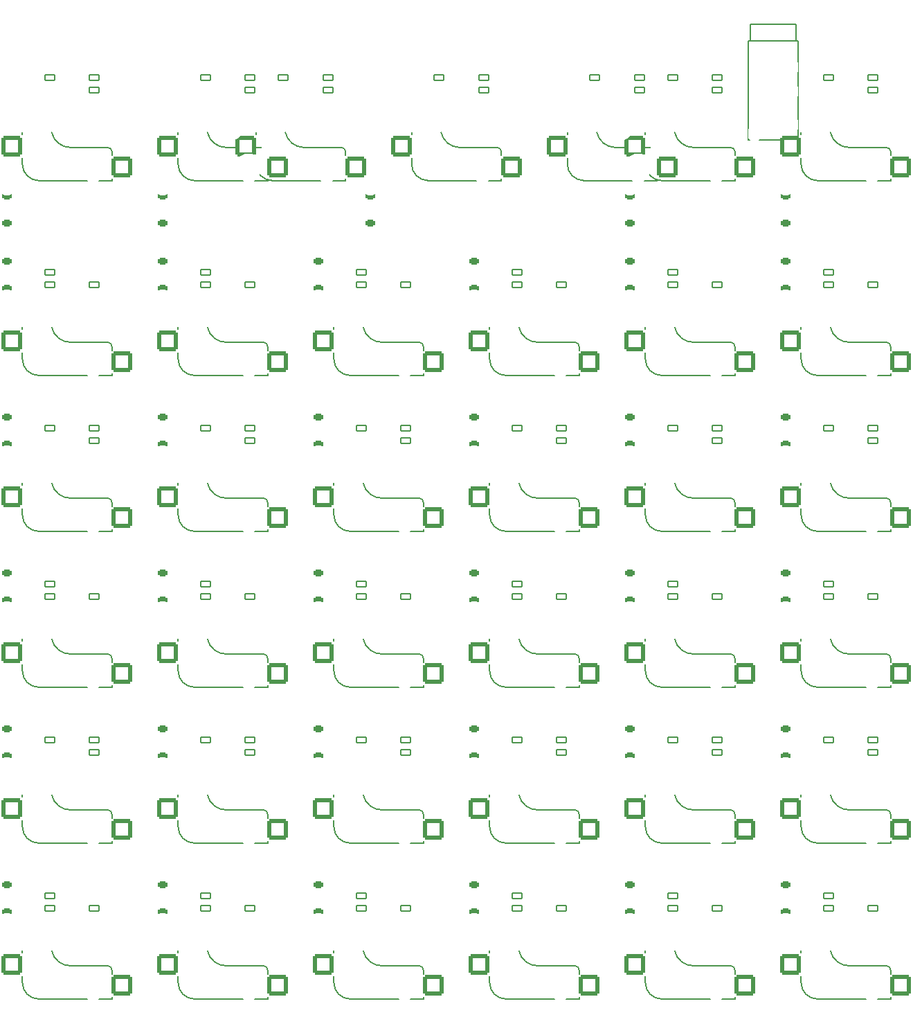
<source format=gto>
G04 #@! TF.GenerationSoftware,KiCad,Pcbnew,7.0.7*
G04 #@! TF.CreationDate,2023-11-21T20:29:26+01:00*
G04 #@! TF.ProjectId,tekskey-v2-molten,74656b73-6b65-4792-9d76-322d6d6f6c74,rev?*
G04 #@! TF.SameCoordinates,Original*
G04 #@! TF.FileFunction,Legend,Top*
G04 #@! TF.FilePolarity,Positive*
%FSLAX46Y46*%
G04 Gerber Fmt 4.6, Leading zero omitted, Abs format (unit mm)*
G04 Created by KiCad (PCBNEW 7.0.7) date 2023-11-21 20:29:26*
%MOMM*%
%LPD*%
G01*
G04 APERTURE LIST*
G04 Aperture macros list*
%AMRoundRect*
0 Rectangle with rounded corners*
0 $1 Rounding radius*
0 $2 $3 $4 $5 $6 $7 $8 $9 X,Y pos of 4 corners*
0 Add a 4 corners polygon primitive as box body*
4,1,4,$2,$3,$4,$5,$6,$7,$8,$9,$2,$3,0*
0 Add four circle primitives for the rounded corners*
1,1,$1+$1,$2,$3*
1,1,$1+$1,$4,$5*
1,1,$1+$1,$6,$7*
1,1,$1+$1,$8,$9*
0 Add four rect primitives between the rounded corners*
20,1,$1+$1,$2,$3,$4,$5,0*
20,1,$1+$1,$4,$5,$6,$7,0*
20,1,$1+$1,$6,$7,$8,$9,0*
20,1,$1+$1,$8,$9,$2,$3,0*%
%AMFreePoly0*
4,1,18,-0.410000,0.265000,0.000000,0.675000,0.328000,0.675000,0.359380,0.668758,0.385983,0.650983,0.403758,0.624380,0.410000,0.593000,0.410000,-0.593000,0.403758,-0.624380,0.385983,-0.650983,0.359380,-0.668758,0.328000,-0.675000,-0.328000,-0.675000,-0.359380,-0.668758,-0.385983,-0.650983,-0.403758,-0.624380,-0.410000,-0.593000,-0.410000,0.265000,-0.410000,0.265000,$1*%
G04 Aperture macros list end*
%ADD10C,0.150000*%
%ADD11RoundRect,0.082000X-0.593000X0.328000X-0.593000X-0.328000X0.593000X-0.328000X0.593000X0.328000X0*%
%ADD12FreePoly0,270.000000*%
%ADD13C,1.750000*%
%ADD14C,3.987800*%
%ADD15C,3.300000*%
%ADD16RoundRect,0.250000X1.025000X1.000000X-1.025000X1.000000X-1.025000X-1.000000X1.025000X-1.000000X0*%
%ADD17R,1.600000X1.600000*%
%ADD18RoundRect,0.225000X-0.375000X0.225000X-0.375000X-0.225000X0.375000X-0.225000X0.375000X0.225000X0*%
%ADD19O,1.600000X1.600000*%
%ADD20RoundRect,0.082000X0.593000X-0.328000X0.593000X0.328000X-0.593000X0.328000X-0.593000X-0.328000X0*%
%ADD21FreePoly0,90.000000*%
%ADD22O,2.500000X1.500000*%
%ADD23O,1.500000X2.500000*%
%ADD24RoundRect,0.225000X0.375000X-0.225000X0.375000X0.225000X-0.375000X0.225000X-0.375000X-0.225000X0*%
%ADD25C,0.800000*%
%ADD26O,1.600000X2.000000*%
%ADD27C,0.700000*%
%ADD28C,4.400000*%
G04 APERTURE END LIST*
D10*
X84239824Y-87712720D02*
X84239824Y-87482720D01*
X84239824Y-84632720D02*
X84239824Y-84162720D01*
X83739824Y-83662720D02*
X79175000Y-83662720D01*
X82689824Y-87712720D02*
X84239824Y-87712720D01*
X75289824Y-87712720D02*
X81189824Y-87712720D01*
X73289824Y-84912720D02*
X73289824Y-85712720D01*
X73289824Y-82062720D02*
X73289824Y-81822720D01*
X84239824Y-84162720D02*
G75*
G03*
X83739824Y-83662720I-500001J-1D01*
G01*
X76880678Y-81822720D02*
G75*
G03*
X79175000Y-83662720I2293456J509332D01*
G01*
X73289820Y-85712720D02*
G75*
G03*
X75289824Y-87712720I2000000J0D01*
G01*
X84239824Y-106762720D02*
X84239824Y-106532720D01*
X84239824Y-103682720D02*
X84239824Y-103212720D01*
X83739824Y-102712720D02*
X79175000Y-102712720D01*
X82689824Y-106762720D02*
X84239824Y-106762720D01*
X75289824Y-106762720D02*
X81189824Y-106762720D01*
X73289824Y-103962720D02*
X73289824Y-104762720D01*
X73289824Y-101112720D02*
X73289824Y-100872720D01*
X84239824Y-103212720D02*
G75*
G03*
X83739824Y-102712720I-500001J-1D01*
G01*
X76880678Y-100872720D02*
G75*
G03*
X79175000Y-102712720I2293456J509332D01*
G01*
X73289820Y-104762720D02*
G75*
G03*
X75289824Y-106762720I2000000J0D01*
G01*
X122339824Y-63900220D02*
X122339824Y-63670220D01*
X122339824Y-60820220D02*
X122339824Y-60350220D01*
X121839824Y-59850220D02*
X117275000Y-59850220D01*
X120789824Y-63900220D02*
X122339824Y-63900220D01*
X113389824Y-63900220D02*
X119289824Y-63900220D01*
X111389824Y-61100220D02*
X111389824Y-61900220D01*
X111389824Y-58250220D02*
X111389824Y-58010220D01*
X122339824Y-60350220D02*
G75*
G03*
X121839824Y-59850220I-500001J-1D01*
G01*
X114980678Y-58010220D02*
G75*
G03*
X117275000Y-59850220I2293456J509332D01*
G01*
X111389820Y-61900220D02*
G75*
G03*
X113389824Y-63900220I2000000J0D01*
G01*
X46139824Y-106762720D02*
X46139824Y-106532720D01*
X46139824Y-103682720D02*
X46139824Y-103212720D01*
X45639824Y-102712720D02*
X41075000Y-102712720D01*
X44589824Y-106762720D02*
X46139824Y-106762720D01*
X37189824Y-106762720D02*
X43089824Y-106762720D01*
X35189824Y-103962720D02*
X35189824Y-104762720D01*
X35189824Y-101112720D02*
X35189824Y-100872720D01*
X46139824Y-103212720D02*
G75*
G03*
X45639824Y-102712720I-500001J-1D01*
G01*
X38780678Y-100872720D02*
G75*
G03*
X41075000Y-102712720I2293456J509332D01*
G01*
X35189820Y-104762720D02*
G75*
G03*
X37189824Y-106762720I2000000J0D01*
G01*
X103289824Y-87712720D02*
X103289824Y-87482720D01*
X103289824Y-84632720D02*
X103289824Y-84162720D01*
X102789824Y-83662720D02*
X98225000Y-83662720D01*
X101739824Y-87712720D02*
X103289824Y-87712720D01*
X94339824Y-87712720D02*
X100239824Y-87712720D01*
X92339824Y-84912720D02*
X92339824Y-85712720D01*
X92339824Y-82062720D02*
X92339824Y-81822720D01*
X103289824Y-84162720D02*
G75*
G03*
X102789824Y-83662720I-500001J-1D01*
G01*
X95930678Y-81822720D02*
G75*
G03*
X98225000Y-83662720I2293456J509332D01*
G01*
X92339820Y-85712720D02*
G75*
G03*
X94339824Y-87712720I2000000J0D01*
G01*
X74714824Y-63900220D02*
X74714824Y-63670220D01*
X74714824Y-60820220D02*
X74714824Y-60350220D01*
X74214824Y-59850220D02*
X69650000Y-59850220D01*
X73164824Y-63900220D02*
X74714824Y-63900220D01*
X65764824Y-63900220D02*
X71664824Y-63900220D01*
X63764824Y-61100220D02*
X63764824Y-61900220D01*
X63764824Y-58250220D02*
X63764824Y-58010220D01*
X74714824Y-60350220D02*
G75*
G03*
X74214824Y-59850220I-500001J-1D01*
G01*
X67355678Y-58010220D02*
G75*
G03*
X69650000Y-59850220I2293456J509332D01*
G01*
X63764820Y-61900220D02*
G75*
G03*
X65764824Y-63900220I2000000J0D01*
G01*
X65189824Y-163912720D02*
X65189824Y-163682720D01*
X65189824Y-160832720D02*
X65189824Y-160362720D01*
X64689824Y-159862720D02*
X60125000Y-159862720D01*
X63639824Y-163912720D02*
X65189824Y-163912720D01*
X56239824Y-163912720D02*
X62139824Y-163912720D01*
X54239824Y-161112720D02*
X54239824Y-161912720D01*
X54239824Y-158262720D02*
X54239824Y-158022720D01*
X65189824Y-160362720D02*
G75*
G03*
X64689824Y-159862720I-500001J-1D01*
G01*
X57830678Y-158022720D02*
G75*
G03*
X60125000Y-159862720I2293456J509332D01*
G01*
X54239820Y-161912720D02*
G75*
G03*
X56239824Y-163912720I2000000J0D01*
G01*
X103289824Y-125812720D02*
X103289824Y-125582720D01*
X103289824Y-122732720D02*
X103289824Y-122262720D01*
X102789824Y-121762720D02*
X98225000Y-121762720D01*
X101739824Y-125812720D02*
X103289824Y-125812720D01*
X94339824Y-125812720D02*
X100239824Y-125812720D01*
X92339824Y-123012720D02*
X92339824Y-123812720D01*
X92339824Y-120162720D02*
X92339824Y-119922720D01*
X103289824Y-122262720D02*
G75*
G03*
X102789824Y-121762720I-500001J-1D01*
G01*
X95930678Y-119922720D02*
G75*
G03*
X98225000Y-121762720I2293456J509332D01*
G01*
X92339820Y-123812720D02*
G75*
G03*
X94339824Y-125812720I2000000J0D01*
G01*
X65189824Y-106762720D02*
X65189824Y-106532720D01*
X65189824Y-103682720D02*
X65189824Y-103212720D01*
X64689824Y-102712720D02*
X60125000Y-102712720D01*
X63639824Y-106762720D02*
X65189824Y-106762720D01*
X56239824Y-106762720D02*
X62139824Y-106762720D01*
X54239824Y-103962720D02*
X54239824Y-104762720D01*
X54239824Y-101112720D02*
X54239824Y-100872720D01*
X65189824Y-103212720D02*
G75*
G03*
X64689824Y-102712720I-500001J-1D01*
G01*
X57830678Y-100872720D02*
G75*
G03*
X60125000Y-102712720I2293456J509332D01*
G01*
X54239820Y-104762720D02*
G75*
G03*
X56239824Y-106762720I2000000J0D01*
G01*
X141389824Y-87712720D02*
X141389824Y-87482720D01*
X141389824Y-84632720D02*
X141389824Y-84162720D01*
X140889824Y-83662720D02*
X136325000Y-83662720D01*
X139839824Y-87712720D02*
X141389824Y-87712720D01*
X132439824Y-87712720D02*
X138339824Y-87712720D01*
X130439824Y-84912720D02*
X130439824Y-85712720D01*
X130439824Y-82062720D02*
X130439824Y-81822720D01*
X141389824Y-84162720D02*
G75*
G03*
X140889824Y-83662720I-500001J-1D01*
G01*
X134030678Y-81822720D02*
G75*
G03*
X136325000Y-83662720I2293456J509332D01*
G01*
X130439820Y-85712720D02*
G75*
G03*
X132439824Y-87712720I2000000J0D01*
G01*
X46139824Y-144862720D02*
X46139824Y-144632720D01*
X46139824Y-141782720D02*
X46139824Y-141312720D01*
X45639824Y-140812720D02*
X41075000Y-140812720D01*
X44589824Y-144862720D02*
X46139824Y-144862720D01*
X37189824Y-144862720D02*
X43089824Y-144862720D01*
X35189824Y-142062720D02*
X35189824Y-142862720D01*
X35189824Y-139212720D02*
X35189824Y-138972720D01*
X46139824Y-141312720D02*
G75*
G03*
X45639824Y-140812720I-500001J-1D01*
G01*
X38780678Y-138972720D02*
G75*
G03*
X41075000Y-140812720I2293456J509332D01*
G01*
X35189820Y-142862720D02*
G75*
G03*
X37189824Y-144862720I2000000J0D01*
G01*
X103289824Y-144862720D02*
X103289824Y-144632720D01*
X103289824Y-141782720D02*
X103289824Y-141312720D01*
X102789824Y-140812720D02*
X98225000Y-140812720D01*
X101739824Y-144862720D02*
X103289824Y-144862720D01*
X94339824Y-144862720D02*
X100239824Y-144862720D01*
X92339824Y-142062720D02*
X92339824Y-142862720D01*
X92339824Y-139212720D02*
X92339824Y-138972720D01*
X103289824Y-141312720D02*
G75*
G03*
X102789824Y-140812720I-500001J-1D01*
G01*
X95930678Y-138972720D02*
G75*
G03*
X98225000Y-140812720I2293456J509332D01*
G01*
X92339820Y-142862720D02*
G75*
G03*
X94339824Y-144862720I2000000J0D01*
G01*
X122339824Y-106762720D02*
X122339824Y-106532720D01*
X122339824Y-103682720D02*
X122339824Y-103212720D01*
X121839824Y-102712720D02*
X117275000Y-102712720D01*
X120789824Y-106762720D02*
X122339824Y-106762720D01*
X113389824Y-106762720D02*
X119289824Y-106762720D01*
X111389824Y-103962720D02*
X111389824Y-104762720D01*
X111389824Y-101112720D02*
X111389824Y-100872720D01*
X122339824Y-103212720D02*
G75*
G03*
X121839824Y-102712720I-500001J-1D01*
G01*
X114980678Y-100872720D02*
G75*
G03*
X117275000Y-102712720I2293456J509332D01*
G01*
X111389820Y-104762720D02*
G75*
G03*
X113389824Y-106762720I2000000J0D01*
G01*
X65189824Y-144862720D02*
X65189824Y-144632720D01*
X65189824Y-141782720D02*
X65189824Y-141312720D01*
X64689824Y-140812720D02*
X60125000Y-140812720D01*
X63639824Y-144862720D02*
X65189824Y-144862720D01*
X56239824Y-144862720D02*
X62139824Y-144862720D01*
X54239824Y-142062720D02*
X54239824Y-142862720D01*
X54239824Y-139212720D02*
X54239824Y-138972720D01*
X65189824Y-141312720D02*
G75*
G03*
X64689824Y-140812720I-500001J-1D01*
G01*
X57830678Y-138972720D02*
G75*
G03*
X60125000Y-140812720I2293456J509332D01*
G01*
X54239820Y-142862720D02*
G75*
G03*
X56239824Y-144862720I2000000J0D01*
G01*
X141389824Y-144862720D02*
X141389824Y-144632720D01*
X141389824Y-141782720D02*
X141389824Y-141312720D01*
X140889824Y-140812720D02*
X136325000Y-140812720D01*
X139839824Y-144862720D02*
X141389824Y-144862720D01*
X132439824Y-144862720D02*
X138339824Y-144862720D01*
X130439824Y-142062720D02*
X130439824Y-142862720D01*
X130439824Y-139212720D02*
X130439824Y-138972720D01*
X141389824Y-141312720D02*
G75*
G03*
X140889824Y-140812720I-500001J-1D01*
G01*
X134030678Y-138972720D02*
G75*
G03*
X136325000Y-140812720I2293456J509332D01*
G01*
X130439820Y-142862720D02*
G75*
G03*
X132439824Y-144862720I2000000J0D01*
G01*
X141389824Y-106762720D02*
X141389824Y-106532720D01*
X141389824Y-103682720D02*
X141389824Y-103212720D01*
X140889824Y-102712720D02*
X136325000Y-102712720D01*
X139839824Y-106762720D02*
X141389824Y-106762720D01*
X132439824Y-106762720D02*
X138339824Y-106762720D01*
X130439824Y-103962720D02*
X130439824Y-104762720D01*
X130439824Y-101112720D02*
X130439824Y-100872720D01*
X141389824Y-103212720D02*
G75*
G03*
X140889824Y-102712720I-500001J-1D01*
G01*
X134030678Y-100872720D02*
G75*
G03*
X136325000Y-102712720I2293456J509332D01*
G01*
X130439820Y-104762720D02*
G75*
G03*
X132439824Y-106762720I2000000J0D01*
G01*
X123950000Y-46831250D02*
X123950000Y-58931250D01*
X124200000Y-46831250D02*
X124200000Y-44831250D01*
X129800000Y-44831250D02*
X124200000Y-44831250D01*
X129800000Y-46831250D02*
X129800000Y-44831250D01*
X130050000Y-46831250D02*
X123950000Y-46831250D01*
X130050000Y-46831250D02*
X130050000Y-58931250D01*
X130050000Y-58931250D02*
X123950000Y-58931250D01*
X93764824Y-63900220D02*
X93764824Y-63670220D01*
X93764824Y-60820220D02*
X93764824Y-60350220D01*
X93264824Y-59850220D02*
X88700000Y-59850220D01*
X92214824Y-63900220D02*
X93764824Y-63900220D01*
X84814824Y-63900220D02*
X90714824Y-63900220D01*
X82814824Y-61100220D02*
X82814824Y-61900220D01*
X82814824Y-58250220D02*
X82814824Y-58010220D01*
X93764824Y-60350220D02*
G75*
G03*
X93264824Y-59850220I-500001J-1D01*
G01*
X86405678Y-58010220D02*
G75*
G03*
X88700000Y-59850220I2293456J509332D01*
G01*
X82814820Y-61900220D02*
G75*
G03*
X84814824Y-63900220I2000000J0D01*
G01*
X65189824Y-87712720D02*
X65189824Y-87482720D01*
X65189824Y-84632720D02*
X65189824Y-84162720D01*
X64689824Y-83662720D02*
X60125000Y-83662720D01*
X63639824Y-87712720D02*
X65189824Y-87712720D01*
X56239824Y-87712720D02*
X62139824Y-87712720D01*
X54239824Y-84912720D02*
X54239824Y-85712720D01*
X54239824Y-82062720D02*
X54239824Y-81822720D01*
X65189824Y-84162720D02*
G75*
G03*
X64689824Y-83662720I-500001J-1D01*
G01*
X57830678Y-81822720D02*
G75*
G03*
X60125000Y-83662720I2293456J509332D01*
G01*
X54239820Y-85712720D02*
G75*
G03*
X56239824Y-87712720I2000000J0D01*
G01*
X122339824Y-87712720D02*
X122339824Y-87482720D01*
X122339824Y-84632720D02*
X122339824Y-84162720D01*
X121839824Y-83662720D02*
X117275000Y-83662720D01*
X120789824Y-87712720D02*
X122339824Y-87712720D01*
X113389824Y-87712720D02*
X119289824Y-87712720D01*
X111389824Y-84912720D02*
X111389824Y-85712720D01*
X111389824Y-82062720D02*
X111389824Y-81822720D01*
X122339824Y-84162720D02*
G75*
G03*
X121839824Y-83662720I-500001J-1D01*
G01*
X114980678Y-81822720D02*
G75*
G03*
X117275000Y-83662720I2293456J509332D01*
G01*
X111389820Y-85712720D02*
G75*
G03*
X113389824Y-87712720I2000000J0D01*
G01*
X46139824Y-163912720D02*
X46139824Y-163682720D01*
X46139824Y-160832720D02*
X46139824Y-160362720D01*
X45639824Y-159862720D02*
X41075000Y-159862720D01*
X44589824Y-163912720D02*
X46139824Y-163912720D01*
X37189824Y-163912720D02*
X43089824Y-163912720D01*
X35189824Y-161112720D02*
X35189824Y-161912720D01*
X35189824Y-158262720D02*
X35189824Y-158022720D01*
X46139824Y-160362720D02*
G75*
G03*
X45639824Y-159862720I-500001J-1D01*
G01*
X38780678Y-158022720D02*
G75*
G03*
X41075000Y-159862720I2293456J509332D01*
G01*
X35189820Y-161912720D02*
G75*
G03*
X37189824Y-163912720I2000000J0D01*
G01*
X141389824Y-163912720D02*
X141389824Y-163682720D01*
X141389824Y-160832720D02*
X141389824Y-160362720D01*
X140889824Y-159862720D02*
X136325000Y-159862720D01*
X139839824Y-163912720D02*
X141389824Y-163912720D01*
X132439824Y-163912720D02*
X138339824Y-163912720D01*
X130439824Y-161112720D02*
X130439824Y-161912720D01*
X130439824Y-158262720D02*
X130439824Y-158022720D01*
X141389824Y-160362720D02*
G75*
G03*
X140889824Y-159862720I-500001J-1D01*
G01*
X134030678Y-158022720D02*
G75*
G03*
X136325000Y-159862720I2293456J509332D01*
G01*
X130439820Y-161912720D02*
G75*
G03*
X132439824Y-163912720I2000000J0D01*
G01*
X112814824Y-63900220D02*
X112814824Y-63670220D01*
X112814824Y-60820220D02*
X112814824Y-60350220D01*
X112314824Y-59850220D02*
X107750000Y-59850220D01*
X111264824Y-63900220D02*
X112814824Y-63900220D01*
X103864824Y-63900220D02*
X109764824Y-63900220D01*
X101864824Y-61100220D02*
X101864824Y-61900220D01*
X101864824Y-58250220D02*
X101864824Y-58010220D01*
X112814824Y-60350220D02*
G75*
G03*
X112314824Y-59850220I-500001J-1D01*
G01*
X105455678Y-58010220D02*
G75*
G03*
X107750000Y-59850220I2293456J509332D01*
G01*
X101864820Y-61900220D02*
G75*
G03*
X103864824Y-63900220I2000000J0D01*
G01*
X84239824Y-163912720D02*
X84239824Y-163682720D01*
X84239824Y-160832720D02*
X84239824Y-160362720D01*
X83739824Y-159862720D02*
X79175000Y-159862720D01*
X82689824Y-163912720D02*
X84239824Y-163912720D01*
X75289824Y-163912720D02*
X81189824Y-163912720D01*
X73289824Y-161112720D02*
X73289824Y-161912720D01*
X73289824Y-158262720D02*
X73289824Y-158022720D01*
X84239824Y-160362720D02*
G75*
G03*
X83739824Y-159862720I-500001J-1D01*
G01*
X76880678Y-158022720D02*
G75*
G03*
X79175000Y-159862720I2293456J509332D01*
G01*
X73289820Y-161912720D02*
G75*
G03*
X75289824Y-163912720I2000000J0D01*
G01*
X46139824Y-63900220D02*
X46139824Y-63670220D01*
X46139824Y-60820220D02*
X46139824Y-60350220D01*
X45639824Y-59850220D02*
X41075000Y-59850220D01*
X44589824Y-63900220D02*
X46139824Y-63900220D01*
X37189824Y-63900220D02*
X43089824Y-63900220D01*
X35189824Y-61100220D02*
X35189824Y-61900220D01*
X35189824Y-58250220D02*
X35189824Y-58010220D01*
X46139824Y-60350220D02*
G75*
G03*
X45639824Y-59850220I-500001J-1D01*
G01*
X38780678Y-58010220D02*
G75*
G03*
X41075000Y-59850220I2293456J509332D01*
G01*
X35189820Y-61900220D02*
G75*
G03*
X37189824Y-63900220I2000000J0D01*
G01*
X122339824Y-125812720D02*
X122339824Y-125582720D01*
X122339824Y-122732720D02*
X122339824Y-122262720D01*
X121839824Y-121762720D02*
X117275000Y-121762720D01*
X120789824Y-125812720D02*
X122339824Y-125812720D01*
X113389824Y-125812720D02*
X119289824Y-125812720D01*
X111389824Y-123012720D02*
X111389824Y-123812720D01*
X111389824Y-120162720D02*
X111389824Y-119922720D01*
X122339824Y-122262720D02*
G75*
G03*
X121839824Y-121762720I-500001J-1D01*
G01*
X114980678Y-119922720D02*
G75*
G03*
X117275000Y-121762720I2293456J509332D01*
G01*
X111389820Y-123812720D02*
G75*
G03*
X113389824Y-125812720I2000000J0D01*
G01*
X103289824Y-106762720D02*
X103289824Y-106532720D01*
X103289824Y-103682720D02*
X103289824Y-103212720D01*
X102789824Y-102712720D02*
X98225000Y-102712720D01*
X101739824Y-106762720D02*
X103289824Y-106762720D01*
X94339824Y-106762720D02*
X100239824Y-106762720D01*
X92339824Y-103962720D02*
X92339824Y-104762720D01*
X92339824Y-101112720D02*
X92339824Y-100872720D01*
X103289824Y-103212720D02*
G75*
G03*
X102789824Y-102712720I-500001J-1D01*
G01*
X95930678Y-100872720D02*
G75*
G03*
X98225000Y-102712720I2293456J509332D01*
G01*
X92339820Y-104762720D02*
G75*
G03*
X94339824Y-106762720I2000000J0D01*
G01*
X46139824Y-87712720D02*
X46139824Y-87482720D01*
X46139824Y-84632720D02*
X46139824Y-84162720D01*
X45639824Y-83662720D02*
X41075000Y-83662720D01*
X44589824Y-87712720D02*
X46139824Y-87712720D01*
X37189824Y-87712720D02*
X43089824Y-87712720D01*
X35189824Y-84912720D02*
X35189824Y-85712720D01*
X35189824Y-82062720D02*
X35189824Y-81822720D01*
X46139824Y-84162720D02*
G75*
G03*
X45639824Y-83662720I-500001J-1D01*
G01*
X38780678Y-81822720D02*
G75*
G03*
X41075000Y-83662720I2293456J509332D01*
G01*
X35189820Y-85712720D02*
G75*
G03*
X37189824Y-87712720I2000000J0D01*
G01*
X65189824Y-63900220D02*
X65189824Y-63670220D01*
X65189824Y-60820220D02*
X65189824Y-60350220D01*
X64689824Y-59850220D02*
X60125000Y-59850220D01*
X63639824Y-63900220D02*
X65189824Y-63900220D01*
X56239824Y-63900220D02*
X62139824Y-63900220D01*
X54239824Y-61100220D02*
X54239824Y-61900220D01*
X54239824Y-58250220D02*
X54239824Y-58010220D01*
X65189824Y-60350220D02*
G75*
G03*
X64689824Y-59850220I-500001J-1D01*
G01*
X57830678Y-58010220D02*
G75*
G03*
X60125000Y-59850220I2293456J509332D01*
G01*
X54239820Y-61900220D02*
G75*
G03*
X56239824Y-63900220I2000000J0D01*
G01*
X84239824Y-125812720D02*
X84239824Y-125582720D01*
X84239824Y-122732720D02*
X84239824Y-122262720D01*
X83739824Y-121762720D02*
X79175000Y-121762720D01*
X82689824Y-125812720D02*
X84239824Y-125812720D01*
X75289824Y-125812720D02*
X81189824Y-125812720D01*
X73289824Y-123012720D02*
X73289824Y-123812720D01*
X73289824Y-120162720D02*
X73289824Y-119922720D01*
X84239824Y-122262720D02*
G75*
G03*
X83739824Y-121762720I-500001J-1D01*
G01*
X76880678Y-119922720D02*
G75*
G03*
X79175000Y-121762720I2293456J509332D01*
G01*
X73289820Y-123812720D02*
G75*
G03*
X75289824Y-125812720I2000000J0D01*
G01*
X65189824Y-125812720D02*
X65189824Y-125582720D01*
X65189824Y-122732720D02*
X65189824Y-122262720D01*
X64689824Y-121762720D02*
X60125000Y-121762720D01*
X63639824Y-125812720D02*
X65189824Y-125812720D01*
X56239824Y-125812720D02*
X62139824Y-125812720D01*
X54239824Y-123012720D02*
X54239824Y-123812720D01*
X54239824Y-120162720D02*
X54239824Y-119922720D01*
X65189824Y-122262720D02*
G75*
G03*
X64689824Y-121762720I-500001J-1D01*
G01*
X57830678Y-119922720D02*
G75*
G03*
X60125000Y-121762720I2293456J509332D01*
G01*
X54239820Y-123812720D02*
G75*
G03*
X56239824Y-125812720I2000000J0D01*
G01*
X103289824Y-163912720D02*
X103289824Y-163682720D01*
X103289824Y-160832720D02*
X103289824Y-160362720D01*
X102789824Y-159862720D02*
X98225000Y-159862720D01*
X101739824Y-163912720D02*
X103289824Y-163912720D01*
X94339824Y-163912720D02*
X100239824Y-163912720D01*
X92339824Y-161112720D02*
X92339824Y-161912720D01*
X92339824Y-158262720D02*
X92339824Y-158022720D01*
X103289824Y-160362720D02*
G75*
G03*
X102789824Y-159862720I-500001J-1D01*
G01*
X95930678Y-158022720D02*
G75*
G03*
X98225000Y-159862720I2293456J509332D01*
G01*
X92339820Y-161912720D02*
G75*
G03*
X94339824Y-163912720I2000000J0D01*
G01*
X122339824Y-163912720D02*
X122339824Y-163682720D01*
X122339824Y-160832720D02*
X122339824Y-160362720D01*
X121839824Y-159862720D02*
X117275000Y-159862720D01*
X120789824Y-163912720D02*
X122339824Y-163912720D01*
X113389824Y-163912720D02*
X119289824Y-163912720D01*
X111389824Y-161112720D02*
X111389824Y-161912720D01*
X111389824Y-158262720D02*
X111389824Y-158022720D01*
X122339824Y-160362720D02*
G75*
G03*
X121839824Y-159862720I-500001J-1D01*
G01*
X114980678Y-158022720D02*
G75*
G03*
X117275000Y-159862720I2293456J509332D01*
G01*
X111389820Y-161912720D02*
G75*
G03*
X113389824Y-163912720I2000000J0D01*
G01*
X84239824Y-144862720D02*
X84239824Y-144632720D01*
X84239824Y-141782720D02*
X84239824Y-141312720D01*
X83739824Y-140812720D02*
X79175000Y-140812720D01*
X82689824Y-144862720D02*
X84239824Y-144862720D01*
X75289824Y-144862720D02*
X81189824Y-144862720D01*
X73289824Y-142062720D02*
X73289824Y-142862720D01*
X73289824Y-139212720D02*
X73289824Y-138972720D01*
X84239824Y-141312720D02*
G75*
G03*
X83739824Y-140812720I-500001J-1D01*
G01*
X76880678Y-138972720D02*
G75*
G03*
X79175000Y-140812720I2293456J509332D01*
G01*
X73289820Y-142862720D02*
G75*
G03*
X75289824Y-144862720I2000000J0D01*
G01*
X46139824Y-125812720D02*
X46139824Y-125582720D01*
X46139824Y-122732720D02*
X46139824Y-122262720D01*
X45639824Y-121762720D02*
X41075000Y-121762720D01*
X44589824Y-125812720D02*
X46139824Y-125812720D01*
X37189824Y-125812720D02*
X43089824Y-125812720D01*
X35189824Y-123012720D02*
X35189824Y-123812720D01*
X35189824Y-120162720D02*
X35189824Y-119922720D01*
X46139824Y-122262720D02*
G75*
G03*
X45639824Y-121762720I-500001J-1D01*
G01*
X38780678Y-119922720D02*
G75*
G03*
X41075000Y-121762720I2293456J509332D01*
G01*
X35189820Y-123812720D02*
G75*
G03*
X37189824Y-125812720I2000000J0D01*
G01*
X122339824Y-144862720D02*
X122339824Y-144632720D01*
X122339824Y-141782720D02*
X122339824Y-141312720D01*
X121839824Y-140812720D02*
X117275000Y-140812720D01*
X120789824Y-144862720D02*
X122339824Y-144862720D01*
X113389824Y-144862720D02*
X119289824Y-144862720D01*
X111389824Y-142062720D02*
X111389824Y-142862720D01*
X111389824Y-139212720D02*
X111389824Y-138972720D01*
X122339824Y-141312720D02*
G75*
G03*
X121839824Y-140812720I-500001J-1D01*
G01*
X114980678Y-138972720D02*
G75*
G03*
X117275000Y-140812720I2293456J509332D01*
G01*
X111389820Y-142862720D02*
G75*
G03*
X113389824Y-144862720I2000000J0D01*
G01*
X141389824Y-125812720D02*
X141389824Y-125582720D01*
X141389824Y-122732720D02*
X141389824Y-122262720D01*
X140889824Y-121762720D02*
X136325000Y-121762720D01*
X139839824Y-125812720D02*
X141389824Y-125812720D01*
X132439824Y-125812720D02*
X138339824Y-125812720D01*
X130439824Y-123012720D02*
X130439824Y-123812720D01*
X130439824Y-120162720D02*
X130439824Y-119922720D01*
X141389824Y-122262720D02*
G75*
G03*
X140889824Y-121762720I-500001J-1D01*
G01*
X134030678Y-119922720D02*
G75*
G03*
X136325000Y-121762720I2293456J509332D01*
G01*
X130439820Y-123812720D02*
G75*
G03*
X132439824Y-125812720I2000000J0D01*
G01*
X141389824Y-63900220D02*
X141389824Y-63670220D01*
X141389824Y-60820220D02*
X141389824Y-60350220D01*
X140889824Y-59850220D02*
X136325000Y-59850220D01*
X139839824Y-63900220D02*
X141389824Y-63900220D01*
X132439824Y-63900220D02*
X138339824Y-63900220D01*
X130439824Y-61100220D02*
X130439824Y-61900220D01*
X130439824Y-58250220D02*
X130439824Y-58010220D01*
X141389824Y-60350220D02*
G75*
G03*
X140889824Y-59850220I-500001J-1D01*
G01*
X134030678Y-58010220D02*
G75*
G03*
X136325000Y-59850220I2293456J509332D01*
G01*
X130439820Y-61900220D02*
G75*
G03*
X132439824Y-63900220I2000000J0D01*
G01*
%LPC*%
D11*
X57600000Y-152832500D03*
X57600000Y-151332500D03*
X63050000Y-152832500D03*
D12*
X63050000Y-151332500D03*
D13*
X84455000Y-80962500D03*
D14*
X79375000Y-80962500D03*
D13*
X74295000Y-80962500D03*
D15*
X75565000Y-83502500D03*
D16*
X72015000Y-83502500D03*
X85465000Y-86042500D03*
D15*
X81915000Y-86042500D03*
D17*
X109537500Y-91916250D03*
D18*
X109537500Y-92806250D03*
X109537500Y-96106250D03*
D19*
X109537500Y-96996250D03*
D17*
X71437500Y-72866250D03*
D18*
X71437500Y-73756250D03*
X71437500Y-77056250D03*
D19*
X71437500Y-77946250D03*
D20*
X110675000Y-51320000D03*
X110675000Y-52820000D03*
X105225000Y-51320000D03*
D21*
X105225000Y-52820000D03*
D13*
X84455000Y-100012500D03*
D14*
X79375000Y-100012500D03*
D13*
X74295000Y-100012500D03*
D15*
X75565000Y-102552500D03*
D16*
X72015000Y-102552500D03*
X85465000Y-105092500D03*
D15*
X81915000Y-105092500D03*
D17*
X90487500Y-110966250D03*
D18*
X90487500Y-111856250D03*
X90487500Y-115156250D03*
D19*
X90487500Y-116046250D03*
D17*
X52387500Y-149066250D03*
D18*
X52387500Y-149956250D03*
X52387500Y-153256250D03*
D19*
X52387500Y-154146250D03*
D17*
X71437500Y-110966250D03*
D18*
X71437500Y-111856250D03*
X71437500Y-115156250D03*
D19*
X71437500Y-116046250D03*
D22*
X97020000Y-49371250D03*
X97020000Y-51911250D03*
X97020000Y-54451250D03*
X97020000Y-56991250D03*
X97020000Y-59531250D03*
X97020000Y-64611250D03*
X97020000Y-67151250D03*
X97020000Y-69691250D03*
D23*
X93980000Y-70191250D03*
X91440000Y-70191250D03*
X88900000Y-70191250D03*
X86360000Y-70191250D03*
X83820000Y-70191250D03*
D22*
X80780000Y-69691250D03*
X80780000Y-67151250D03*
X80780000Y-64611250D03*
X80780000Y-62071250D03*
X80780000Y-56991250D03*
X80780000Y-54451250D03*
X80780000Y-51911250D03*
X80780000Y-49371250D03*
D20*
X120200000Y-94182500D03*
X120200000Y-95682500D03*
X114750000Y-94182500D03*
D21*
X114750000Y-95682500D03*
D17*
X109537500Y-110966250D03*
D18*
X109537500Y-111856250D03*
X109537500Y-115156250D03*
D19*
X109537500Y-116046250D03*
D13*
X122555000Y-57150000D03*
D14*
X117475000Y-57150000D03*
D13*
X112395000Y-57150000D03*
D15*
X113665000Y-59690000D03*
D16*
X110115000Y-59690000D03*
X123565000Y-62230000D03*
D15*
X120015000Y-62230000D03*
D17*
X90487500Y-72866250D03*
D18*
X90487500Y-73756250D03*
X90487500Y-77056250D03*
D19*
X90487500Y-77946250D03*
D13*
X46355000Y-100012500D03*
D14*
X41275000Y-100012500D03*
D13*
X36195000Y-100012500D03*
D15*
X37465000Y-102552500D03*
D16*
X33915000Y-102552500D03*
X47365000Y-105092500D03*
D15*
X43815000Y-105092500D03*
D13*
X103505000Y-80962500D03*
D14*
X98425000Y-80962500D03*
D13*
X93345000Y-80962500D03*
D15*
X94615000Y-83502500D03*
D16*
X91065000Y-83502500D03*
X104515000Y-86042500D03*
D15*
X100965000Y-86042500D03*
D17*
X128587500Y-91916250D03*
D18*
X128587500Y-92806250D03*
X128587500Y-96106250D03*
D19*
X128587500Y-96996250D03*
D13*
X74930000Y-57150000D03*
D14*
X69850000Y-57150000D03*
D13*
X64770000Y-57150000D03*
D15*
X66040000Y-59690000D03*
D16*
X62490000Y-59690000D03*
X75940000Y-62230000D03*
D15*
X72390000Y-62230000D03*
D17*
X33337500Y-70008750D03*
D24*
X33337500Y-69118750D03*
X33337500Y-65818750D03*
D19*
X33337500Y-64928750D03*
D13*
X65405000Y-157162500D03*
D14*
X60325000Y-157162500D03*
D13*
X55245000Y-157162500D03*
D15*
X56515000Y-159702500D03*
D16*
X52965000Y-159702500D03*
X66415000Y-162242500D03*
D15*
X62865000Y-162242500D03*
D17*
X52387500Y-91916250D03*
D18*
X52387500Y-92806250D03*
X52387500Y-96106250D03*
D19*
X52387500Y-96996250D03*
D17*
X52387500Y-72866250D03*
D18*
X52387500Y-73756250D03*
X52387500Y-77056250D03*
D19*
X52387500Y-77946250D03*
D13*
X103505000Y-119062500D03*
D14*
X98425000Y-119062500D03*
D13*
X93345000Y-119062500D03*
D15*
X94615000Y-121602500D03*
D16*
X91065000Y-121602500D03*
X104515000Y-124142500D03*
D15*
X100965000Y-124142500D03*
D11*
X76650000Y-76632500D03*
X76650000Y-75132500D03*
X82100000Y-76632500D03*
D12*
X82100000Y-75132500D03*
D17*
X71437500Y-130016250D03*
D18*
X71437500Y-130906250D03*
X71437500Y-134206250D03*
D19*
X71437500Y-135096250D03*
D20*
X101150000Y-132282500D03*
X101150000Y-133782500D03*
X95700000Y-132282500D03*
D21*
X95700000Y-133782500D03*
D13*
X65405000Y-100012500D03*
D14*
X60325000Y-100012500D03*
D13*
X55245000Y-100012500D03*
D15*
X56515000Y-102552500D03*
D16*
X52965000Y-102552500D03*
X66415000Y-105092500D03*
D15*
X62865000Y-105092500D03*
D17*
X52387500Y-130016250D03*
D18*
X52387500Y-130906250D03*
X52387500Y-134206250D03*
D19*
X52387500Y-135096250D03*
D17*
X33337500Y-149066250D03*
D18*
X33337500Y-149956250D03*
X33337500Y-153256250D03*
D19*
X33337500Y-154146250D03*
D17*
X128587500Y-72866250D03*
D18*
X128587500Y-73756250D03*
X128587500Y-77056250D03*
D19*
X128587500Y-77946250D03*
D20*
X139250000Y-132282500D03*
X139250000Y-133782500D03*
X133800000Y-132282500D03*
D21*
X133800000Y-133782500D03*
D11*
X133800000Y-152832500D03*
X133800000Y-151332500D03*
X139250000Y-152832500D03*
D12*
X139250000Y-151332500D03*
D11*
X95700000Y-152832500D03*
X95700000Y-151332500D03*
X101150000Y-152832500D03*
D12*
X101150000Y-151332500D03*
D11*
X133800000Y-76632500D03*
X133800000Y-75132500D03*
X139250000Y-76632500D03*
D12*
X139250000Y-75132500D03*
D11*
X76650000Y-152832500D03*
X76650000Y-151332500D03*
X82100000Y-152832500D03*
D12*
X82100000Y-151332500D03*
D17*
X109537500Y-72866250D03*
D18*
X109537500Y-73756250D03*
X109537500Y-77056250D03*
D19*
X109537500Y-77946250D03*
D20*
X72575000Y-51320000D03*
X72575000Y-52820000D03*
X67125000Y-51320000D03*
D21*
X67125000Y-52820000D03*
D17*
X109537500Y-130016250D03*
D18*
X109537500Y-130906250D03*
X109537500Y-134206250D03*
D19*
X109537500Y-135096250D03*
D13*
X141605000Y-80962500D03*
D14*
X136525000Y-80962500D03*
D13*
X131445000Y-80962500D03*
D15*
X132715000Y-83502500D03*
D16*
X129165000Y-83502500D03*
X142615000Y-86042500D03*
D15*
X139065000Y-86042500D03*
D13*
X46355000Y-138112500D03*
D14*
X41275000Y-138112500D03*
D13*
X36195000Y-138112500D03*
D15*
X37465000Y-140652500D03*
D16*
X33915000Y-140652500D03*
X47365000Y-143192500D03*
D15*
X43815000Y-143192500D03*
D17*
X109537500Y-70008750D03*
D24*
X109537500Y-69118750D03*
X109537500Y-65818750D03*
D19*
X109537500Y-64928750D03*
D20*
X139250000Y-51320000D03*
X139250000Y-52820000D03*
X133800000Y-51320000D03*
D21*
X133800000Y-52820000D03*
D11*
X95700000Y-114732500D03*
X95700000Y-113232500D03*
X101150000Y-114732500D03*
D12*
X101150000Y-113232500D03*
D13*
X103505000Y-138112500D03*
D14*
X98425000Y-138112500D03*
D13*
X93345000Y-138112500D03*
D15*
X94615000Y-140652500D03*
D16*
X91065000Y-140652500D03*
X104515000Y-143192500D03*
D15*
X100965000Y-143192500D03*
D20*
X101150000Y-94182500D03*
X101150000Y-95682500D03*
X95700000Y-94182500D03*
D21*
X95700000Y-95682500D03*
D13*
X122555000Y-100012500D03*
D14*
X117475000Y-100012500D03*
D13*
X112395000Y-100012500D03*
D15*
X113665000Y-102552500D03*
D16*
X110115000Y-102552500D03*
X123565000Y-105092500D03*
D15*
X120015000Y-105092500D03*
D17*
X90487500Y-130016250D03*
D18*
X90487500Y-130906250D03*
X90487500Y-134206250D03*
D19*
X90487500Y-135096250D03*
D13*
X65405000Y-138112500D03*
D14*
X60325000Y-138112500D03*
D13*
X55245000Y-138112500D03*
D15*
X56515000Y-140652500D03*
D16*
X52965000Y-140652500D03*
X66415000Y-143192500D03*
D15*
X62865000Y-143192500D03*
D13*
X141605000Y-138112500D03*
D14*
X136525000Y-138112500D03*
D13*
X131445000Y-138112500D03*
D15*
X132715000Y-140652500D03*
D16*
X129165000Y-140652500D03*
X142615000Y-143192500D03*
D15*
X139065000Y-143192500D03*
D20*
X82100000Y-132282500D03*
X82100000Y-133782500D03*
X76650000Y-132282500D03*
D21*
X76650000Y-133782500D03*
D13*
X141605000Y-100012500D03*
D14*
X136525000Y-100012500D03*
D13*
X131445000Y-100012500D03*
D15*
X132715000Y-102552500D03*
D16*
X129165000Y-102552500D03*
X142615000Y-105092500D03*
D15*
X139065000Y-105092500D03*
D17*
X52387500Y-110966250D03*
D18*
X52387500Y-111856250D03*
X52387500Y-115156250D03*
D19*
X52387500Y-116046250D03*
D25*
X127000000Y-48431250D03*
X127000000Y-55431250D03*
D26*
X129300000Y-53031250D03*
X129300000Y-50031250D03*
X124700000Y-58131250D03*
X129300000Y-57031250D03*
D13*
X93980000Y-57150000D03*
D14*
X88900000Y-57150000D03*
D13*
X83820000Y-57150000D03*
D15*
X85090000Y-59690000D03*
D16*
X81540000Y-59690000D03*
X94990000Y-62230000D03*
D15*
X91440000Y-62230000D03*
D13*
X65405000Y-80962500D03*
D14*
X60325000Y-80962500D03*
D13*
X55245000Y-80962500D03*
D15*
X56515000Y-83502500D03*
D16*
X52965000Y-83502500D03*
X66415000Y-86042500D03*
D15*
X62865000Y-86042500D03*
D17*
X71437500Y-91916250D03*
D18*
X71437500Y-92806250D03*
X71437500Y-96106250D03*
D19*
X71437500Y-96996250D03*
D11*
X38550000Y-76632500D03*
X38550000Y-75132500D03*
X44000000Y-76632500D03*
D12*
X44000000Y-75132500D03*
D17*
X52387500Y-70008750D03*
D24*
X52387500Y-69118750D03*
X52387500Y-65818750D03*
D19*
X52387500Y-64928750D03*
D17*
X33337500Y-130016250D03*
D18*
X33337500Y-130906250D03*
X33337500Y-134206250D03*
D19*
X33337500Y-135096250D03*
D13*
X122555000Y-80962500D03*
D14*
X117475000Y-80962500D03*
D13*
X112395000Y-80962500D03*
D15*
X113665000Y-83502500D03*
D16*
X110115000Y-83502500D03*
X123565000Y-86042500D03*
D15*
X120015000Y-86042500D03*
D20*
X82100000Y-94182500D03*
X82100000Y-95682500D03*
X76650000Y-94182500D03*
D21*
X76650000Y-95682500D03*
D27*
X58675000Y-109537500D03*
X59158274Y-108370774D03*
X59158274Y-110704226D03*
X60325000Y-107887500D03*
D28*
X60325000Y-109537500D03*
D27*
X60325000Y-111187500D03*
X61491726Y-108370774D03*
X61491726Y-110704226D03*
X61975000Y-109537500D03*
D11*
X95700000Y-76632500D03*
X95700000Y-75132500D03*
X101150000Y-76632500D03*
D12*
X101150000Y-75132500D03*
D13*
X46355000Y-157162500D03*
D14*
X41275000Y-157162500D03*
D13*
X36195000Y-157162500D03*
D15*
X37465000Y-159702500D03*
D16*
X33915000Y-159702500D03*
X47365000Y-162242500D03*
D15*
X43815000Y-162242500D03*
D13*
X141605000Y-157162500D03*
D14*
X136525000Y-157162500D03*
D13*
X131445000Y-157162500D03*
D15*
X132715000Y-159702500D03*
D16*
X129165000Y-159702500D03*
X142615000Y-162242500D03*
D15*
X139065000Y-162242500D03*
D11*
X38550000Y-114732500D03*
X38550000Y-113232500D03*
X44000000Y-114732500D03*
D12*
X44000000Y-113232500D03*
D20*
X44000000Y-132282500D03*
X44000000Y-133782500D03*
X38550000Y-132282500D03*
D21*
X38550000Y-133782500D03*
D13*
X113030000Y-57150000D03*
D14*
X107950000Y-57150000D03*
D13*
X102870000Y-57150000D03*
D15*
X104140000Y-59690000D03*
D16*
X100590000Y-59690000D03*
X114040000Y-62230000D03*
D15*
X110490000Y-62230000D03*
D17*
X128587500Y-149066250D03*
D18*
X128587500Y-149956250D03*
X128587500Y-153256250D03*
D19*
X128587500Y-154146250D03*
D11*
X76650000Y-114732500D03*
X76650000Y-113232500D03*
X82100000Y-114732500D03*
D12*
X82100000Y-113232500D03*
D20*
X120200000Y-51320000D03*
X120200000Y-52820000D03*
X114750000Y-51320000D03*
D21*
X114750000Y-52820000D03*
D27*
X115825000Y-70643750D03*
X116308274Y-69477024D03*
X116308274Y-71810476D03*
X117475000Y-68993750D03*
D28*
X117475000Y-70643750D03*
D27*
X117475000Y-72293750D03*
X118641726Y-69477024D03*
X118641726Y-71810476D03*
X119125000Y-70643750D03*
D17*
X128587500Y-110966250D03*
D18*
X128587500Y-111856250D03*
X128587500Y-115156250D03*
D19*
X128587500Y-116046250D03*
D17*
X128587500Y-130016250D03*
D18*
X128587500Y-130906250D03*
X128587500Y-134206250D03*
D19*
X128587500Y-135096250D03*
D17*
X33337500Y-72866250D03*
D18*
X33337500Y-73756250D03*
X33337500Y-77056250D03*
D19*
X33337500Y-77946250D03*
D13*
X84455000Y-157162500D03*
D14*
X79375000Y-157162500D03*
D13*
X74295000Y-157162500D03*
D15*
X75565000Y-159702500D03*
D16*
X72015000Y-159702500D03*
X85465000Y-162242500D03*
D15*
X81915000Y-162242500D03*
D13*
X46355000Y-57150000D03*
D14*
X41275000Y-57150000D03*
D13*
X36195000Y-57150000D03*
D15*
X37465000Y-59690000D03*
D16*
X33915000Y-59690000D03*
X47365000Y-62230000D03*
D15*
X43815000Y-62230000D03*
D20*
X44000000Y-51320000D03*
X44000000Y-52820000D03*
X38550000Y-51320000D03*
D21*
X38550000Y-52820000D03*
D13*
X122555000Y-119062500D03*
D14*
X117475000Y-119062500D03*
D13*
X112395000Y-119062500D03*
D15*
X113665000Y-121602500D03*
D16*
X110115000Y-121602500D03*
X123565000Y-124142500D03*
D15*
X120015000Y-124142500D03*
D27*
X58675000Y-147637500D03*
X59158274Y-146470774D03*
X59158274Y-148804226D03*
X60325000Y-145987500D03*
D28*
X60325000Y-147637500D03*
D27*
X60325000Y-149287500D03*
X61491726Y-146470774D03*
X61491726Y-148804226D03*
X61975000Y-147637500D03*
D13*
X103505000Y-100012500D03*
D14*
X98425000Y-100012500D03*
D13*
X93345000Y-100012500D03*
D15*
X94615000Y-102552500D03*
D16*
X91065000Y-102552500D03*
X104515000Y-105092500D03*
D15*
X100965000Y-105092500D03*
D27*
X115825000Y-147637500D03*
X116308274Y-146470774D03*
X116308274Y-148804226D03*
X117475000Y-145987500D03*
D28*
X117475000Y-147637500D03*
D27*
X117475000Y-149287500D03*
X118641726Y-146470774D03*
X118641726Y-148804226D03*
X119125000Y-147637500D03*
D13*
X46355000Y-80962500D03*
D14*
X41275000Y-80962500D03*
D13*
X36195000Y-80962500D03*
D15*
X37465000Y-83502500D03*
D16*
X33915000Y-83502500D03*
X47365000Y-86042500D03*
D15*
X43815000Y-86042500D03*
D13*
X65405000Y-57150000D03*
D14*
X60325000Y-57150000D03*
D13*
X55245000Y-57150000D03*
D15*
X56515000Y-59690000D03*
D16*
X52965000Y-59690000D03*
X66415000Y-62230000D03*
D15*
X62865000Y-62230000D03*
D20*
X63050000Y-51320000D03*
X63050000Y-52820000D03*
X57600000Y-51320000D03*
D21*
X57600000Y-52820000D03*
D17*
X77787500Y-70008750D03*
D24*
X77787500Y-69118750D03*
X77787500Y-65818750D03*
D19*
X77787500Y-64928750D03*
D20*
X91625000Y-51320000D03*
X91625000Y-52820000D03*
X86175000Y-51320000D03*
D21*
X86175000Y-52820000D03*
D27*
X58675000Y-71437500D03*
X59158274Y-70270774D03*
X59158274Y-72604226D03*
X60325000Y-69787500D03*
D28*
X60325000Y-71437500D03*
D27*
X60325000Y-73087500D03*
X61491726Y-70270774D03*
X61491726Y-72604226D03*
X61975000Y-71437500D03*
D17*
X33337500Y-91916250D03*
D18*
X33337500Y-92806250D03*
X33337500Y-96106250D03*
D19*
X33337500Y-96996250D03*
D11*
X57600000Y-76632500D03*
X57600000Y-75132500D03*
X63050000Y-76632500D03*
D12*
X63050000Y-75132500D03*
D13*
X84455000Y-119062500D03*
D14*
X79375000Y-119062500D03*
D13*
X74295000Y-119062500D03*
D15*
X75565000Y-121602500D03*
D16*
X72015000Y-121602500D03*
X85465000Y-124142500D03*
D15*
X81915000Y-124142500D03*
D11*
X114750000Y-76632500D03*
X114750000Y-75132500D03*
X120200000Y-76632500D03*
D12*
X120200000Y-75132500D03*
D17*
X109537500Y-149066250D03*
D18*
X109537500Y-149956250D03*
X109537500Y-153256250D03*
D19*
X109537500Y-154146250D03*
D17*
X128587500Y-70008750D03*
D24*
X128587500Y-69118750D03*
X128587500Y-65818750D03*
D19*
X128587500Y-64928750D03*
D13*
X65405000Y-119062500D03*
D14*
X60325000Y-119062500D03*
D13*
X55245000Y-119062500D03*
D15*
X56515000Y-121602500D03*
D16*
X52965000Y-121602500D03*
X66415000Y-124142500D03*
D15*
X62865000Y-124142500D03*
D13*
X103505000Y-157162500D03*
D14*
X98425000Y-157162500D03*
D13*
X93345000Y-157162500D03*
D15*
X94615000Y-159702500D03*
D16*
X91065000Y-159702500D03*
X104515000Y-162242500D03*
D15*
X100965000Y-162242500D03*
D13*
X122555000Y-157162500D03*
D14*
X117475000Y-157162500D03*
D13*
X112395000Y-157162500D03*
D15*
X113665000Y-159702500D03*
D16*
X110115000Y-159702500D03*
X123565000Y-162242500D03*
D15*
X120015000Y-162242500D03*
D11*
X114750000Y-152832500D03*
X114750000Y-151332500D03*
X120200000Y-152832500D03*
D12*
X120200000Y-151332500D03*
D20*
X63050000Y-94182500D03*
X63050000Y-95682500D03*
X57600000Y-94182500D03*
D21*
X57600000Y-95682500D03*
D20*
X139250000Y-94182500D03*
X139250000Y-95682500D03*
X133800000Y-94182500D03*
D21*
X133800000Y-95682500D03*
D11*
X57600000Y-114732500D03*
X57600000Y-113232500D03*
X63050000Y-114732500D03*
D12*
X63050000Y-113232500D03*
D11*
X38550000Y-152832500D03*
X38550000Y-151332500D03*
X44000000Y-152832500D03*
D12*
X44000000Y-151332500D03*
D20*
X120200000Y-132282500D03*
X120200000Y-133782500D03*
X114750000Y-132282500D03*
D21*
X114750000Y-133782500D03*
D27*
X115825000Y-109537500D03*
X116308274Y-108370774D03*
X116308274Y-110704226D03*
X117475000Y-107887500D03*
D28*
X117475000Y-109537500D03*
D27*
X117475000Y-111187500D03*
X118641726Y-108370774D03*
X118641726Y-110704226D03*
X119125000Y-109537500D03*
D13*
X84455000Y-138112500D03*
D14*
X79375000Y-138112500D03*
D13*
X74295000Y-138112500D03*
D15*
X75565000Y-140652500D03*
D16*
X72015000Y-140652500D03*
X85465000Y-143192500D03*
D15*
X81915000Y-143192500D03*
D20*
X44000000Y-94182500D03*
X44000000Y-95682500D03*
X38550000Y-94182500D03*
D21*
X38550000Y-95682500D03*
D17*
X71437500Y-149066250D03*
D18*
X71437500Y-149956250D03*
X71437500Y-153256250D03*
D19*
X71437500Y-154146250D03*
D11*
X133800000Y-114732500D03*
X133800000Y-113232500D03*
X139250000Y-114732500D03*
D12*
X139250000Y-113232500D03*
D17*
X90487500Y-149066250D03*
D18*
X90487500Y-149956250D03*
X90487500Y-153256250D03*
D19*
X90487500Y-154146250D03*
D13*
X46355000Y-119062500D03*
D14*
X41275000Y-119062500D03*
D13*
X36195000Y-119062500D03*
D15*
X37465000Y-121602500D03*
D16*
X33915000Y-121602500D03*
X47365000Y-124142500D03*
D15*
X43815000Y-124142500D03*
D17*
X90487500Y-91916250D03*
D18*
X90487500Y-92806250D03*
X90487500Y-96106250D03*
D19*
X90487500Y-96996250D03*
D13*
X122555000Y-138112500D03*
D14*
X117475000Y-138112500D03*
D13*
X112395000Y-138112500D03*
D15*
X113665000Y-140652500D03*
D16*
X110115000Y-140652500D03*
X123565000Y-143192500D03*
D15*
X120015000Y-143192500D03*
D20*
X63050000Y-132282500D03*
X63050000Y-133782500D03*
X57600000Y-132282500D03*
D21*
X57600000Y-133782500D03*
D11*
X114750000Y-114732500D03*
X114750000Y-113232500D03*
X120200000Y-114732500D03*
D12*
X120200000Y-113232500D03*
D17*
X33337500Y-110966250D03*
D18*
X33337500Y-111856250D03*
X33337500Y-115156250D03*
D19*
X33337500Y-116046250D03*
D13*
X141605000Y-119062500D03*
D14*
X136525000Y-119062500D03*
D13*
X131445000Y-119062500D03*
D15*
X132715000Y-121602500D03*
D16*
X129165000Y-121602500D03*
X142615000Y-124142500D03*
D15*
X139065000Y-124142500D03*
D13*
X141605000Y-57150000D03*
D14*
X136525000Y-57150000D03*
D13*
X131445000Y-57150000D03*
D15*
X132715000Y-59690000D03*
D16*
X129165000Y-59690000D03*
X142615000Y-62230000D03*
D15*
X139065000Y-62230000D03*
%LPD*%
M02*

</source>
